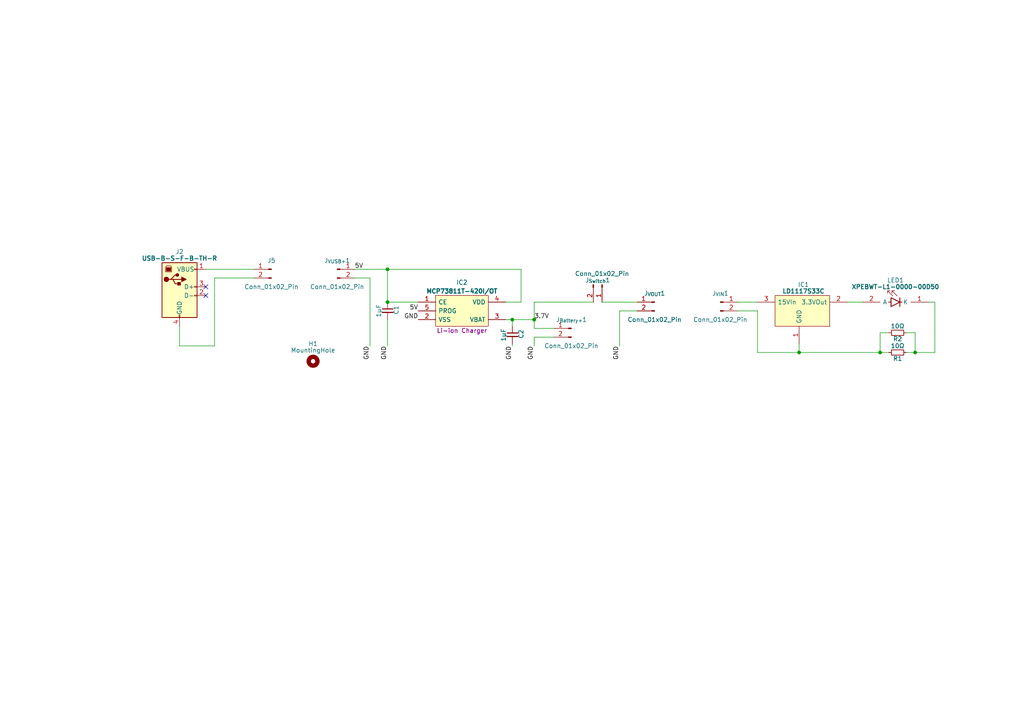
<source format=kicad_sch>
(kicad_sch (version 20230121) (generator eeschema)
  (paper "A4")
  (lib_symbols
    (symbol "Connector:Conn_01x02_Pin" (pin_names (offset 1.016) hide)
      (property "Reference" "J" (at 0 2.54 0))
      (property "Value" "Conn_01x02_Pin" (at 0 -5.08 0))
      (symbol "Conn_01x02_Pin_1_1"
        (polyline (pts (xy 1.27 -2.54) (xy 0.8636 -2.54)) (stroke (width 0.1524)))
        (polyline (pts (xy 1.27 0) (xy 0.8636 0)) (stroke (width 0.1524)))
        (rectangle (start 0.8636 -2.413) (end 0 -2.667) (stroke (width 0.1524)) (fill (type outline)))
        (rectangle (start 0.8636 0.127) (end 0 -0.127) (stroke (width 0.1524)) (fill (type outline)))
        (pin passive line (at 5.08 0 180) (length 3.81) (name "Pin_1") (number "1"))
        (pin passive line (at 5.08 -2.54 180) (length 3.81) (name "Pin_2") (number "2"))
      )
    )
    (symbol "Cree:XPEBWT-L1-0000-00D50" (pin_names (offset 0.762))
      (property "Reference" "LED" (at 7.62 20.32 0))
      (property "Value" "XPEBWT-L1-0000-00D50" (at 7.62 18.415 0))
      (symbol "XPEBWT-L1-0000-00D50_0_0"
        (pin passive line (at -1.905 13.97 0) (length 5.08) (name "K") (number "1"))
        (pin passive line (at 17.145 13.97 180) (length 5.08) (name "A") (number "2"))
      )
      (symbol "XPEBWT-L1-0000-00D50_0_1"
        (polyline (pts (xy 6.35 12.7) (xy 6.35 15.24)) (stroke (width 0.254)))
        (polyline (pts (xy 6.35 13.97) (xy 5.715 13.97)) (stroke (width 0.254)))
        (polyline (pts (xy 9.525 13.97) (xy 8.89 13.97)) (stroke (width 0.254)))
        (polyline (pts (xy 8.89 12.7) (xy 8.89 15.24) (xy 6.35 13.97) (xy 8.89 12.7)) (stroke (width 0.254)))
        (polyline (pts (xy 7.112 15.748) (xy 8.636 17.272) (xy 7.874 17.272) (xy 8.636 17.272) (xy 8.636 16.51)))
        (polyline (pts (xy 8.382 15.748) (xy 9.906 17.272) (xy 9.144 17.272) (xy 9.906 17.272) (xy 9.906 16.51)))
      )
      (symbol "XPEBWT-L1-0000-00D50_1_0"
        (pin no_connect line (at 8.255 10.795 90) (length 1.27) hide (name "EP") (number "3"))
      )
    )
    (symbol "HCP65:C_0805" (pin_numbers hide) (pin_names (offset 0.254) hide)
      (property "Reference" "C" (at 2.286 2.54 0))
      (property "Value" "?μF" (at 2.54 -2.54 0))
      (symbol "C_0805_0_1"
        (polyline (pts (xy 1.9685 -1.4605) (xy 1.9685 1.5875)) (stroke (width 0.3048)))
        (polyline (pts (xy 2.9845 -1.4605) (xy 2.9845 1.5875)) (stroke (width 0.3302)))
      )
      (symbol "C_0805_1_1"
        (pin passive line (at 0 0 0) (length 2.032) (name "~") (number "1"))
        (pin passive line (at 5.08 0 180) (length 2.032) (name "~") (number "2"))
      )
    )
    (symbol "HCP65:R_0805" (pin_numbers hide) (pin_names hide)
      (property "Reference" "R" (at 2.54 1.778 0))
      (property "Value" "?Ω" (at 2.54 -1.905 0))
      (symbol "R_0805_0_1"
        (rectangle (start 0.762 0.762) (end 4.318 -0.762) (stroke (width 0.2032)))
      )
      (symbol "R_0805_1_1"
        (pin passive line (at 0 0 0) (length 0.72) (name "~") (number "1"))
        (pin passive line (at 5.08 0 180) (length 0.72) (name "~") (number "2"))
      )
    )
    (symbol "Mechanical:MountingHole" (pin_names (offset 1.016))
      (property "Reference" "H" (at 0 5.08 0))
      (property "Value" "MountingHole" (at 0 3.175 0))
      (symbol "MountingHole_0_1"
        (circle (center 0 0) (radius 1.27) (stroke (width 1.27)))
      )
    )
    (symbol "Microchip:MCP73811T-420I_OT" (pin_names (offset 0.762))
      (property "Reference" "IC" (at 12.7 5.715 0))
      (property "Value" "MCP73811T-420I/OT" (at 12.7 3.175 0))
      (property "Description" "Li-ion Charger" (at 12.7 -8.255 0))
      (symbol "MCP73811T-420I_OT_0_0"
        (pin passive line (at 0 -5.08 0) (length 5.08) (name "VSS") (number "2"))
        (pin passive line (at 25.4 0 180) (length 5.08) (name "VDD") (number "4"))
      )
      (symbol "MCP73811T-420I_OT_0_1"
        (polyline (pts (xy 5.08 1.905) (xy 20.32 1.905) (xy 20.32 -6.985) (xy 5.08 -6.985) (xy 5.08 1.905)) (fill (type background)))
      )
      (symbol "MCP73811T-420I_OT_1_0"
        (pin input line (at 0 0 0) (length 5.08) (name "CE") (number "1"))
        (pin output line (at 25.4 -5.08 180) (length 5.08) (name "VBAT") (number "3"))
        (pin input line (at 0 -2.54 0) (length 5.08) (name "PROG") (number "5"))
      )
    )
    (symbol "ST_Microelectronics:LD1117S33C" (pin_names (offset 0.762))
      (property "Reference" "IC" (at 8.255 5.08 0))
      (property "Value" "LD1117S33C" (at 8.255 3.175 0))
      (symbol "LD1117S33C_0_0"
        (pin passive line (at 6.985 -12.065 90) (length 5.08) (name "GND") (number "1"))
      )
      (symbol "LD1117S33C_0_1"
        (polyline (pts (xy 0 1.905) (xy 15.875 1.905) (xy 15.875 -6.985) (xy 0 -6.985) (xy 0 1.905)) (stroke (width 0.1524)) (fill (type background)))
      )
      (symbol "LD1117S33C_1_0"
        (pin passive line (at 20.955 0 180) (length 5.08) (name "3.3VOut") (number "2"))
        (pin passive line (at -5.08 0 0) (length 5.08) (name "15VIn") (number "3"))
        (pin no_connect line (at 9.525 -12.065 90) (length 5.08) hide (name "N.C") (number "4"))
      )
    )
    (symbol "Samtec:USB-B-S-F-B-TH-R" (pin_names (offset 0.762))
      (property "Reference" "J" (at -7.62 5.08 0))
      (property "Value" "USB-B-S-F-B-TH-R" (at -7.62 3.175 0))
      (symbol "USB-B-S-F-B-TH-R_0_1"
        (rectangle (start -12.7 1.905) (end -2.54 -13.97) (stroke (width 0.254)) (fill (type background)))
        (circle (center -11.43 -2.921) (radius 0.635) (stroke (width 0.254)) (fill (type outline)))
        (rectangle (start -11.43 0.508) (end -10.16 -0.508) (fill (type outline)))
        (circle (center -8.255 -1.651) (radius 0.381) (stroke (width 0.254)) (fill (type outline)))
        (rectangle (start -7.747 -13.208) (end -7.493 -13.97))
        (rectangle (start -7.366 -3.81) (end -8.128 -4.572) (stroke (width 0.254)) (fill (type outline)))
        (rectangle (start -2.54 -7.747) (end -3.302 -7.493))
        (rectangle (start -2.54 -5.207) (end -3.302 -4.953))
        (rectangle (start -2.54 -0.127) (end -3.302 0.127))
        (polyline (pts (xy -9.525 -2.921) (xy -6.985 -2.921)) (stroke (width 0.254)))
        (polyline (pts (xy -10.795 -2.921) (xy -10.16 -2.921) (xy -8.89 -1.651) (xy -8.255 -1.651)) (stroke (width 0.254)))
        (polyline (pts (xy -10.16 -2.921) (xy -9.525 -2.921) (xy -8.89 -4.191) (xy -7.62 -4.191)) (stroke (width 0.254)))
        (polyline (pts (xy -6.985 -2.286) (xy -6.985 -3.556) (xy -5.715 -2.921) (xy -6.985 -2.286)) (stroke (width 0.254)) (fill (type outline)))
        (polyline (pts (xy -11.684 -0.762) (xy -9.906 -0.762) (xy -9.906 0.635) (xy -10.287 1.016) (xy -11.303 1.016) (xy -11.684 0.635) (xy -11.684 -0.762)))
      )
      (symbol "USB-B-S-F-B-TH-R_1_0"
        (pin no_connect line (at -10.16 -19.05 90) (length 5.08) hide (name "MH1") (number "MH1"))
        (pin no_connect line (at -5.08 -19.05 90) (length 5.08) hide (name "MH2") (number "MH2"))
      )
      (symbol "USB-B-S-F-B-TH-R_1_1"
        (pin power_out line (at 0 0 180) (length 2.54) (name "VBUS") (number "1"))
        (pin bidirectional line (at 0 -7.62 180) (length 2.54) (name "D-") (number "2"))
        (pin bidirectional line (at 0 -5.08 180) (length 2.54) (name "D+") (number "3"))
        (pin power_out line (at -7.62 -16.51 90) (length 2.54) (name "GND") (number "4"))
      )
    )
  )
  (junction (at 154.94 92.71))
  (junction (at 255.27 102.235))
  (junction (at 231.775 102.235))
  (junction (at 112.395 87.63))
  (junction (at 148.59 92.71))
  (junction (at 265.43 102.235))
  (junction (at 112.395 78.105))
  (no_connect (at 59.69 83.185))
  (no_connect (at 59.69 85.725))
  (wire (pts (xy 213.995 90.17) (xy 219.71 90.17)))
  (wire (pts (xy 148.59 92.71) (xy 146.685 92.71)))
  (wire (pts (xy 62.23 100.33) (xy 52.07 100.33)))
  (wire (pts (xy 102.87 80.645) (xy 107.315 80.645)))
  (wire (pts (xy 219.71 90.17) (xy 219.71 102.235)))
  (wire (pts (xy 52.07 94.615) (xy 52.07 100.33)))
  (wire (pts (xy 154.94 87.63) (xy 172.085 87.63)))
  (wire (pts (xy 179.705 90.17) (xy 184.785 90.17)))
  (wire (pts (xy 231.775 102.235) (xy 255.27 102.235)))
  (wire (pts (xy 174.625 87.63) (xy 184.785 87.63)))
  (wire (pts (xy 112.395 87.63) (xy 121.285 87.63)))
  (wire (pts (xy 107.315 80.645) (xy 107.315 100.33)))
  (wire (pts (xy 146.685 87.63) (xy 151.13 87.63)))
  (wire (pts (xy 154.94 95.25) (xy 154.94 92.71)))
  (wire (pts (xy 271.145 87.63) (xy 269.24 87.63)))
  (wire (pts (xy 245.745 87.63) (xy 250.19 87.63)))
  (wire (pts (xy 151.13 78.105) (xy 151.13 87.63)))
  (wire (pts (xy 59.69 78.105) (xy 73.66 78.105)))
  (wire (pts (xy 62.23 80.645) (xy 62.23 100.33)))
  (wire (pts (xy 160.655 95.25) (xy 154.94 95.25)))
  (wire (pts (xy 231.775 99.695) (xy 231.775 102.235)))
  (wire (pts (xy 148.59 94.615) (xy 148.59 92.71)))
  (wire (pts (xy 112.395 100.33) (xy 112.395 92.71)))
  (wire (pts (xy 154.94 97.79) (xy 154.94 100.33)))
  (wire (pts (xy 257.81 102.235) (xy 255.27 102.235)))
  (wire (pts (xy 154.94 87.63) (xy 154.94 92.71)))
  (wire (pts (xy 262.89 102.235) (xy 265.43 102.235)))
  (wire (pts (xy 102.87 78.105) (xy 112.395 78.105)))
  (wire (pts (xy 112.395 78.105) (xy 112.395 87.63)))
  (wire (pts (xy 271.145 102.235) (xy 265.43 102.235)))
  (wire (pts (xy 148.59 100.33) (xy 148.59 99.695)))
  (wire (pts (xy 257.81 96.52) (xy 255.27 96.52)))
  (wire (pts (xy 255.27 102.235) (xy 255.27 96.52)))
  (wire (pts (xy 271.145 87.63) (xy 271.145 102.235)))
  (wire (pts (xy 219.71 102.235) (xy 231.775 102.235)))
  (wire (pts (xy 213.995 87.63) (xy 219.71 87.63)))
  (wire (pts (xy 112.395 78.105) (xy 151.13 78.105)))
  (wire (pts (xy 160.655 97.79) (xy 154.94 97.79)))
  (wire (pts (xy 265.43 96.52) (xy 265.43 102.235)))
  (wire (pts (xy 179.705 100.33) (xy 179.705 90.17)))
  (wire (pts (xy 265.43 96.52) (xy 262.89 96.52)))
  (wire (pts (xy 148.59 92.71) (xy 154.94 92.71)))
  (wire (pts (xy 73.66 80.645) (xy 62.23 80.645)))
  (label "GND" (at 148.59 100.33 270))
  (label "3.7V" (at 154.94 92.71 0))
  (label "5V" (at 102.87 78.105 0))
  (label "GND" (at 154.94 100.33 270))
  (label "5V" (at 121.285 90.17 180))
  (label "GND" (at 121.285 92.71 180))
  (label "GND" (at 107.315 100.33 270))
  (label "GND" (at 179.705 100.33 270))
  (label "GND" (at 112.395 100.33 270))
  (symbol (lib_id "ST_Microelectronics:LD1117S33C") (at 224.79 87.63 0) (unit 1)
    (property "Reference" "IC1" (at 233.045 82.55 0))
    (property "Value" "LD1117S33C" (at 233.045 84.455 0) (effects (font bold)))
    (property "Footprint" "LD1117S33C" (effects hide))
    (property "Datasheet" "https://www.st.com/resource/en/datasheet/ld1117.pdf" (effects hide))
    (property "Description" "IC: voltage regulator; LDO, linear, fixed; 3.3V; 0.95A; SOT223; SMD" (effects hide))
    (property "Height" "1.8" (effects hide))
    (property "Manufacturer_Name" "STMicroelectronics" (effects hide))
    (property "Manufacturer_Part_Number" "LD1117S33C" (effects hide))
    (property "Mouser Part Number" "N/A" (effects hide))
    (property "Mouser Price/Stock" "https://www.mouser.co.uk/ProductDetail/STMicroelectronics/LD1117S33C?qs=C%2FEejvvdwQ5ebjNhEV7kMQ%3D%3D" (effects hide))
    (property "Silkscreen" "LD1117S33" (effects hide))
  )
  (symbol (lib_id "Cree:XPEBWT-L1-0000-00D50") (at 267.335 101.6 0) (mirror y) (unit 1)
    (property "Reference" "LED1" (at 259.715 81.28 0))
    (property "Value" "XPEBWT-L1-0000-00D50" (at 259.715 83.185 0) (effects (font bold)))
    (property "Footprint" "XPEBWTL1000000D50" (effects hide))
    (property "Datasheet" "https://downloads.cree-led.com/files/ds/x/XLamp-XPE2.pdf" (effects hide))
    (property "Description" "High Power LEDs - White White 6200 K 70-CRI, XLamp XPEBWT" (effects hide))
    (property "Height" "2.39" (effects hide))
    (property "Mouser Part Number" "941-XPEBWTL1000D50" (effects hide))
    (property "Mouser Price/Stock" "https://www.mouser.co.uk/ProductDetail/Cree-Inc/XPEBWT-L1-0000-00D50?qs=iFaFN7AS2WF6cmyZmOIimQ%3D%3D" (effects hide))
    (property "Manufacturer_Name" "CREE LED" (effects hide))
    (property "Manufacturer_Part_Number" "XPEBWT-L1-0000-00D50" (effects hide))
    (property "Silkscreen" "XPEBWT-00D50" (effects hide))
  )
  (symbol (lib_id "Connector:Conn_01x02_Pin") (at 78.74 78.105 0) (mirror y) (unit 1)
    (property "Reference" "J5" (at 78.74 75.565 0))
    (property "Value" "Conn_01x02_Pin" (at 78.74 83.185 0))
    (property "Footprint" "Connector_PinHeader_2.54mm:PinHeader_1x02_P2.54mm_Vertical" (effects hide))
  )
  (symbol (lib_id "Microchip:MCP73811T-420I_OT") (at 121.285 87.63 0) (unit 1)
    (property "Reference" "IC2" (at 133.985 81.915 0))
    (property "Value" "MCP73811T-420I/OT" (at 133.985 84.455 0) (effects (font bold)))
    (property "Footprint" "SOT95P270X145-5N" (effects hide))
    (property "Datasheet" "https://datasheet.datasheetarchive.com/originals/distributors/SFDatasheet-4/sf-00090104.pdf" (effects hide))
    (property "Description" "Li-ion Charger" (at 133.985 95.885 0))
    (property "Height" "1.45" (effects hide))
    (property "Manufacturer_Name" "Microchip" (effects hide))
    (property "Manufacturer_Part_Number" "MCP73811T-420I/OT" (effects hide))
    (property "Mouser Part Number" "579-MCP73811T-420IOT" (effects hide))
    (property "Mouser Price/Stock" "https://www.mouser.co.uk/ProductDetail/Microchip-Technology/MCP73811T-420I-OT?qs=tZia49mH7IL7zxmMwvtzFg%3D%3D" (effects hide))
    (property "Silkscreen" "MCP73811" (effects hide))
  )
  (symbol (lib_id "HCP65:C_0805") (at 112.395 87.63 270) (unit 1)
    (property "Reference" "C1" (at 114.935 89.916 0))
    (property "Value" "1μF" (at 109.855 90.17 0))
    (property "Footprint" "SamacSys_Parts:C_0805" (effects hide))
  )
  (symbol (lib_id "HCP65:C_0805") (at 148.59 94.615 270) (unit 1)
    (property "Reference" "C2" (at 151.13 96.901 0))
    (property "Value" "1μF" (at 146.05 97.155 0))
    (property "Footprint" "SamacSys_Parts:C_0805" (effects hide))
  )
  (symbol (lib_id "Mechanical:MountingHole") (at 90.805 104.775 0) (unit 1)
    (property "Reference" "H1" (at 90.805 99.695 0))
    (property "Value" "MountingHole" (at 90.805 101.6 0))
    (property "Footprint" "MountingHole:MountingHole_3.2mm_M3" (effects hide))
  )
  (symbol (lib_id "Connector:Conn_01x02_Pin") (at 165.735 95.25 0) (mirror y) (unit 1)
    (property "Reference" "J_{Battery+}1" (at 165.735 92.71 0))
    (property "Value" "Conn_01x02_Pin" (at 165.735 100.33 0))
    (property "Footprint" "Connector_PinHeader_2.54mm:PinHeader_1x02_P2.54mm_Vertical" (effects hide))
  )
  (symbol (lib_id "HCP65:R_0805") (at 262.89 102.235 180) (unit 1)
    (property "Reference" "R1" (at 260.35 104.013 0))
    (property "Value" "10Ω" (at 260.35 100.33 0))
    (property "Footprint" "SamacSys_Parts:R_0805" (effects hide))
  )
  (symbol (lib_id "Connector:Conn_01x02_Pin") (at 189.865 87.63 0) (mirror y) (unit 1)
    (property "Reference" "J_{VOUT}1" (at 189.865 85.09 0))
    (property "Value" "Conn_01x02_Pin" (at 189.865 92.71 0))
    (property "Footprint" "Connector_PinHeader_2.54mm:PinHeader_1x02_P2.54mm_Vertical" (effects hide))
  )
  (symbol (lib_id "Samtec:USB-B-S-F-B-TH-R") (at 59.69 78.105 0) (unit 1)
    (property "Reference" "J2" (at 52.07 73.025 0))
    (property "Value" "USB-B-S-F-B-TH-R" (at 52.07 74.93 0) (effects (font bold)))
    (property "Footprint" "USBBSFBTHR" (effects hide))
    (property "Datasheet" "http://suddendocs.samtec.com/prints/usb-b-s-x-x-th-x-xx-mkt.pdf" (effects hide))
    (property "Description" "USB TYPE B 2.0 BLACK T/H" (effects hide))
    (property "Height" "10.95" (effects hide))
    (property "Manufacturer_Name" "SAMTEC" (effects hide))
    (property "Manufacturer_Part_Number" "USB-B-S-F-B-TH-R" (effects hide))
    (property "Mouser Part Number" "200-USBBSFBTHR" (effects hide))
    (property "Mouser Price/Stock" "https://www.mouser.co.uk/ProductDetail/Samtec/USB-B-S-F-B-TH-R?qs=Cqqh%252BS766wljaK51DjBy2Q%3D%3D" (effects hide))
    (property "Silkscreen" "USB-B-SFBTH" (effects hide))
  )
  (symbol (lib_id "Connector:Conn_01x02_Pin") (at 174.625 82.55 270) (unit 1)
    (property "Reference" "J_{Switch}1" (at 173.355 81.28 90))
    (property "Value" "Conn_01x02_Pin" (at 174.625 79.375 90))
    (property "Footprint" "Connector_PinHeader_2.54mm:PinHeader_1x02_P2.54mm_Vertical" (effects hide))
  )
  (symbol (lib_id "Connector:Conn_01x02_Pin") (at 208.915 87.63 0) (unit 1)
    (property "Reference" "J_{VIN}1" (at 208.915 85.09 0))
    (property "Value" "Conn_01x02_Pin" (at 208.915 92.71 0))
    (property "Footprint" "Connector_PinHeader_2.54mm:PinHeader_1x02_P2.54mm_Vertical" (effects hide))
  )
  (symbol (lib_id "HCP65:R_0805") (at 262.89 96.52 180) (unit 1)
    (property "Reference" "R2" (at 260.35 98.298 0))
    (property "Value" "10Ω" (at 260.35 94.615 0))
    (property "Footprint" "SamacSys_Parts:R_0805" (effects hide))
  )
  (symbol (lib_id "Connector:Conn_01x02_Pin") (at 97.79 78.105 0) (unit 1)
    (property "Reference" "J_{VUSB+}1" (at 97.79 75.565 0))
    (property "Value" "Conn_01x02_Pin" (at 97.79 83.185 0))
    (property "Footprint" "Connector_PinHeader_2.54mm:PinHeader_1x02_P2.54mm_Vertical" (effects hide))
  )
)
</source>
